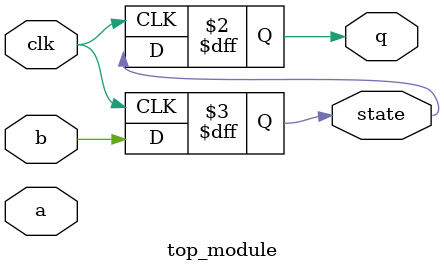
<source format=sv>
module top_module (
	input clk,
	input a,
	input b,
	output q,
	output state
);

reg q;
reg state;

always @(posedge clk) begin
	state <= b;
	q <= state;
end

endmodule

</source>
